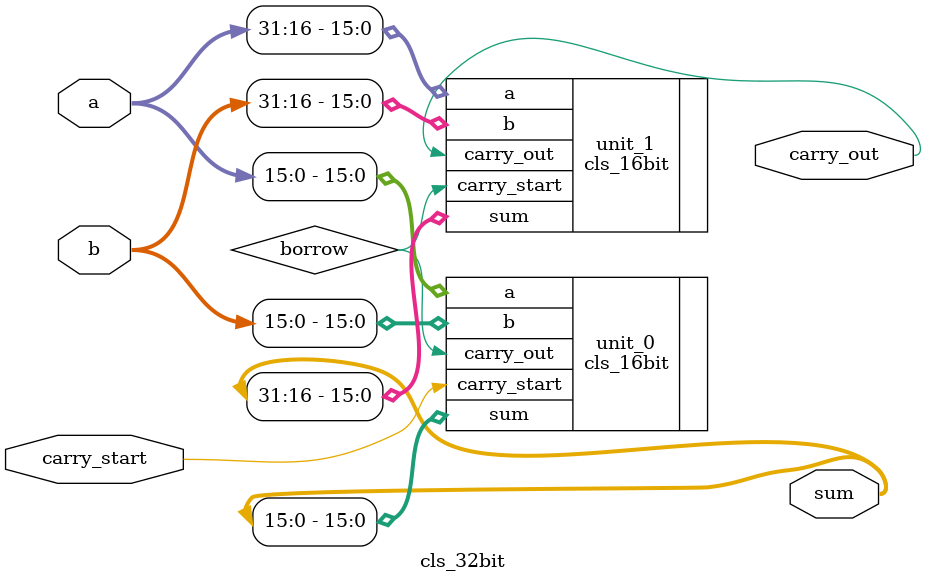
<source format=v>
module cls_32bit(carry_start, a, b, sum, carry_out);
    input carry_start;
    input [31:0] a;
    input [31:0] b;
    output [31:0] sum;
    output carry_out;

    wire borrow;

    cls_16bit unit_0(
        .carry_start(carry_start),
        .a(a[15:0]),
        .b(b[15:0]),
        .sum(sum[15:0]),
        .carry_out(borrow)
    );

    cls_16bit unit_1(
        .carry_start(borrow),
        .a(a[31:16]),
        .b(b[31:16]),
        .sum(sum[31:16]),
        .carry_out(carry_out)
    );

endmodule
</source>
